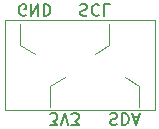
<source format=gbr>
%TF.GenerationSoftware,KiCad,Pcbnew,(6.0.8-1)-1*%
%TF.CreationDate,2023-12-09T20:57:06-06:00*%
%TF.ProjectId,RIO to STEMMA Dual,52494f20-746f-4205-9354-454d4d412044,rev?*%
%TF.SameCoordinates,Original*%
%TF.FileFunction,Legend,Bot*%
%TF.FilePolarity,Positive*%
%FSLAX46Y46*%
G04 Gerber Fmt 4.6, Leading zero omitted, Abs format (unit mm)*
G04 Created by KiCad (PCBNEW (6.0.8-1)-1) date 2023-12-09 20:57:06*
%MOMM*%
%LPD*%
G01*
G04 APERTURE LIST*
%ADD10C,0.150000*%
%ADD11C,0.120000*%
G04 APERTURE END LIST*
D10*
%TO.C,X1*%
X77346323Y-50928438D02*
X77489180Y-50880819D01*
X77727276Y-50880819D01*
X77822514Y-50928438D01*
X77870133Y-50976057D01*
X77917752Y-51071295D01*
X77917752Y-51166533D01*
X77870133Y-51261771D01*
X77822514Y-51309390D01*
X77727276Y-51357009D01*
X77536800Y-51404628D01*
X77441561Y-51452247D01*
X77393942Y-51499866D01*
X77346323Y-51595104D01*
X77346323Y-51690342D01*
X77393942Y-51785580D01*
X77441561Y-51833200D01*
X77536800Y-51880819D01*
X77774895Y-51880819D01*
X77917752Y-51833200D01*
X78917752Y-50976057D02*
X78870133Y-50928438D01*
X78727276Y-50880819D01*
X78632038Y-50880819D01*
X78489180Y-50928438D01*
X78393942Y-51023676D01*
X78346323Y-51118914D01*
X78298704Y-51309390D01*
X78298704Y-51452247D01*
X78346323Y-51642723D01*
X78393942Y-51737961D01*
X78489180Y-51833200D01*
X78632038Y-51880819D01*
X78727276Y-51880819D01*
X78870133Y-51833200D01*
X78917752Y-51785580D01*
X79822514Y-50880819D02*
X79346323Y-50880819D01*
X79346323Y-51880819D01*
X79862514Y-60178438D02*
X80005371Y-60130819D01*
X80243466Y-60130819D01*
X80338704Y-60178438D01*
X80386323Y-60226057D01*
X80433942Y-60321295D01*
X80433942Y-60416533D01*
X80386323Y-60511771D01*
X80338704Y-60559390D01*
X80243466Y-60607009D01*
X80052990Y-60654628D01*
X79957752Y-60702247D01*
X79910133Y-60749866D01*
X79862514Y-60845104D01*
X79862514Y-60940342D01*
X79910133Y-61035580D01*
X79957752Y-61083200D01*
X80052990Y-61130819D01*
X80291085Y-61130819D01*
X80433942Y-61083200D01*
X80862514Y-60130819D02*
X80862514Y-61130819D01*
X81100609Y-61130819D01*
X81243466Y-61083200D01*
X81338704Y-60987961D01*
X81386323Y-60892723D01*
X81433942Y-60702247D01*
X81433942Y-60559390D01*
X81386323Y-60368914D01*
X81338704Y-60273676D01*
X81243466Y-60178438D01*
X81100609Y-60130819D01*
X80862514Y-60130819D01*
X81814895Y-60416533D02*
X82291085Y-60416533D01*
X81719657Y-60130819D02*
X82052990Y-61130819D01*
X82386323Y-60130819D01*
X74758704Y-61130819D02*
X75377752Y-61130819D01*
X75044419Y-60749866D01*
X75187276Y-60749866D01*
X75282514Y-60702247D01*
X75330133Y-60654628D01*
X75377752Y-60559390D01*
X75377752Y-60321295D01*
X75330133Y-60226057D01*
X75282514Y-60178438D01*
X75187276Y-60130819D01*
X74901561Y-60130819D01*
X74806323Y-60178438D01*
X74758704Y-60226057D01*
X75663466Y-61130819D02*
X75996800Y-60130819D01*
X76330133Y-61130819D01*
X76568228Y-61130819D02*
X77187276Y-61130819D01*
X76853942Y-60749866D01*
X76996800Y-60749866D01*
X77092038Y-60702247D01*
X77139657Y-60654628D01*
X77187276Y-60559390D01*
X77187276Y-60321295D01*
X77139657Y-60226057D01*
X77092038Y-60178438D01*
X76996800Y-60130819D01*
X76711085Y-60130819D01*
X76615847Y-60178438D01*
X76568228Y-60226057D01*
X72694895Y-51833200D02*
X72599657Y-51880819D01*
X72456800Y-51880819D01*
X72313942Y-51833200D01*
X72218704Y-51737961D01*
X72171085Y-51642723D01*
X72123466Y-51452247D01*
X72123466Y-51309390D01*
X72171085Y-51118914D01*
X72218704Y-51023676D01*
X72313942Y-50928438D01*
X72456800Y-50880819D01*
X72552038Y-50880819D01*
X72694895Y-50928438D01*
X72742514Y-50976057D01*
X72742514Y-51309390D01*
X72552038Y-51309390D01*
X73171085Y-50880819D02*
X73171085Y-51880819D01*
X73742514Y-50880819D01*
X73742514Y-51880819D01*
X74218704Y-50880819D02*
X74218704Y-51880819D01*
X74456800Y-51880819D01*
X74599657Y-51833200D01*
X74694895Y-51737961D01*
X74742514Y-51642723D01*
X74790133Y-51452247D01*
X74790133Y-51309390D01*
X74742514Y-51118914D01*
X74694895Y-51023676D01*
X74599657Y-50928438D01*
X74456800Y-50880819D01*
X74218704Y-50880819D01*
D11*
X74766800Y-59583200D02*
X74766800Y-57833200D01*
X74766800Y-57833200D02*
X75996800Y-57083200D01*
X79766800Y-54333200D02*
X78536800Y-55083200D01*
X82266800Y-57833200D02*
X81076800Y-57083200D01*
X82266800Y-57833200D02*
X82266800Y-59583200D01*
X72266800Y-52583200D02*
X72266800Y-54333200D01*
X72266800Y-54333200D02*
X73456800Y-55083200D01*
X79766800Y-54333200D02*
X79766800Y-52583200D01*
X70916800Y-59893200D02*
X83616800Y-59893200D01*
X83616800Y-59893200D02*
X83616800Y-52273200D01*
X83616800Y-52273200D02*
X70916800Y-52273200D01*
X70916800Y-52273200D02*
X70916800Y-59893200D01*
%TD*%
M02*

</source>
